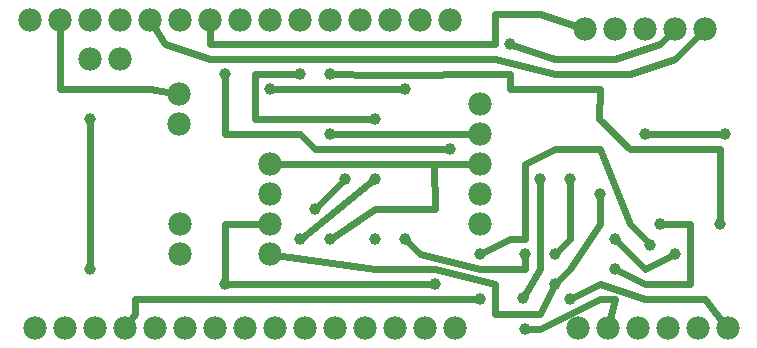
<source format=gbl>
G04 MADE WITH FRITZING*
G04 WWW.FRITZING.ORG*
G04 DOUBLE SIDED*
G04 HOLES PLATED*
G04 CONTOUR ON CENTER OF CONTOUR VECTOR*
%ASAXBY*%
%FSLAX23Y23*%
%MOIN*%
%OFA0B0*%
%SFA1.0B1.0*%
%ADD10C,0.039370*%
%ADD11C,0.078000*%
%ADD12C,0.024000*%
%LNCOPPER0*%
G90*
G70*
G54D10*
X2018Y276D03*
X1868Y576D03*
X2118Y726D03*
X1318Y876D03*
X1568Y326D03*
X1968Y526D03*
X868Y876D03*
X968Y926D03*
X718Y926D03*
X1468Y676D03*
X1018Y476D03*
X1118Y576D03*
X1218Y376D03*
X1868Y176D03*
X268Y276D03*
X1218Y576D03*
X1318Y376D03*
X1068Y926D03*
X1068Y726D03*
X1218Y776D03*
X1668Y1026D03*
X2218Y326D03*
X1818Y326D03*
X1718Y326D03*
X2387Y726D03*
X2168Y426D03*
X1768Y576D03*
X268Y776D03*
X1718Y76D03*
X1818Y226D03*
X2368Y426D03*
X1068Y376D03*
X1568Y176D03*
X1713Y180D03*
G54D11*
X1468Y1106D03*
X1368Y1106D03*
X1268Y1106D03*
X1168Y1106D03*
X1068Y1106D03*
X968Y1106D03*
X868Y1106D03*
X768Y1106D03*
X668Y1106D03*
X568Y1106D03*
X468Y1106D03*
X368Y1106D03*
X268Y1106D03*
X168Y1106D03*
X68Y1106D03*
X1486Y80D03*
X1386Y80D03*
X1286Y80D03*
X1186Y80D03*
X1086Y80D03*
X986Y80D03*
X886Y80D03*
X786Y80D03*
X686Y80D03*
X586Y80D03*
X486Y80D03*
X386Y80D03*
X286Y80D03*
X186Y80D03*
X86Y80D03*
X2395Y80D03*
X2295Y80D03*
X2195Y80D03*
X2095Y80D03*
X1995Y80D03*
X1895Y80D03*
X1568Y426D03*
X1568Y526D03*
X1568Y626D03*
X1568Y726D03*
X1568Y826D03*
X1568Y426D03*
X1568Y526D03*
X1568Y626D03*
X1568Y726D03*
X1568Y826D03*
X568Y326D03*
X568Y426D03*
X568Y326D03*
X568Y426D03*
X566Y760D03*
X566Y860D03*
X566Y760D03*
X566Y860D03*
X868Y326D03*
X868Y426D03*
X868Y526D03*
X868Y626D03*
X868Y326D03*
X868Y426D03*
X868Y526D03*
X868Y626D03*
X2318Y1076D03*
X2218Y1076D03*
X2118Y1076D03*
X2018Y1076D03*
X1918Y1076D03*
X368Y976D03*
X268Y976D03*
X368Y976D03*
X268Y976D03*
G54D10*
X2018Y376D03*
X2137Y356D03*
X718Y226D03*
X1418Y226D03*
X968Y376D03*
G54D12*
X2268Y426D02*
X2268Y226D01*
D02*
X2118Y226D02*
X2025Y273D01*
D02*
X2268Y226D02*
X2118Y226D01*
D02*
X2176Y426D02*
X2268Y426D01*
D02*
X718Y426D02*
X849Y426D01*
D02*
X718Y234D02*
X718Y426D01*
D02*
X2068Y426D02*
X2131Y362D01*
D02*
X1818Y676D02*
X1968Y677D01*
D02*
X1968Y677D02*
X2068Y426D01*
D02*
X1968Y426D02*
X1868Y276D01*
D02*
X1868Y276D02*
X1824Y232D01*
D02*
X1968Y519D02*
X1968Y426D01*
D02*
X1549Y626D02*
X1417Y626D01*
D02*
X1417Y626D02*
X887Y626D01*
D02*
X876Y876D02*
X1311Y876D01*
D02*
X1668Y376D02*
X1575Y330D01*
D02*
X1718Y626D02*
X1718Y376D01*
D02*
X1718Y376D02*
X1668Y376D01*
D02*
X1818Y676D02*
X1718Y626D01*
D02*
X1018Y676D02*
X1461Y676D01*
D02*
X968Y726D02*
X1018Y676D01*
D02*
X718Y726D02*
X968Y726D01*
D02*
X718Y919D02*
X718Y726D01*
D02*
X1113Y571D02*
X1024Y482D01*
D02*
X2118Y176D02*
X2318Y176D01*
D02*
X1968Y226D02*
X2118Y176D01*
D02*
X2318Y176D02*
X2383Y95D01*
D02*
X1875Y180D02*
X1968Y226D01*
D02*
X818Y776D02*
X818Y926D01*
D02*
X818Y926D02*
X961Y926D01*
D02*
X1211Y776D02*
X818Y776D01*
D02*
X468Y876D02*
X168Y876D01*
D02*
X547Y863D02*
X468Y876D01*
D02*
X168Y876D02*
X168Y1087D01*
D02*
X519Y1026D02*
X668Y976D01*
D02*
X479Y1090D02*
X519Y1026D01*
D02*
X2219Y976D02*
X2305Y1063D01*
D02*
X2068Y926D02*
X2219Y976D01*
D02*
X1818Y926D02*
X2068Y926D01*
D02*
X1618Y976D02*
X1818Y926D01*
D02*
X668Y976D02*
X1618Y976D01*
D02*
X668Y1087D02*
X669Y1026D01*
D02*
X1768Y1126D02*
X1900Y1082D01*
D02*
X1619Y1126D02*
X1768Y1126D01*
D02*
X1618Y1026D02*
X1619Y1126D01*
D02*
X669Y1026D02*
X1618Y1026D01*
D02*
X887Y324D02*
X1218Y276D01*
D02*
X1418Y276D02*
X1618Y226D01*
D02*
X1218Y276D02*
X1418Y276D01*
D02*
X1618Y226D02*
X1618Y126D01*
D02*
X1768Y126D02*
X1815Y219D01*
D02*
X1618Y126D02*
X1768Y126D01*
D02*
X1218Y476D02*
X1418Y476D01*
D02*
X1418Y476D02*
X1417Y626D01*
D02*
X1075Y381D02*
X1218Y476D01*
D02*
X1212Y572D02*
X975Y381D01*
D02*
X1719Y277D02*
X1568Y276D01*
D02*
X1368Y326D02*
X1324Y371D01*
D02*
X1568Y276D02*
X1368Y326D01*
D02*
X1719Y319D02*
X1719Y277D01*
D02*
X1076Y726D02*
X1549Y726D01*
D02*
X1819Y977D02*
X2018Y976D01*
D02*
X2168Y1026D02*
X2205Y1063D01*
D02*
X2018Y976D02*
X2168Y1026D01*
D02*
X1676Y1024D02*
X1819Y977D01*
D02*
X1418Y176D02*
X1561Y176D01*
D02*
X419Y176D02*
X1418Y176D01*
D02*
X418Y126D02*
X419Y176D01*
D02*
X397Y96D02*
X418Y126D01*
D02*
X1668Y876D02*
X1868Y876D01*
D02*
X1668Y926D02*
X1668Y876D01*
D02*
X1219Y925D02*
X1668Y926D01*
D02*
X1968Y876D02*
X1967Y776D01*
D02*
X1868Y876D02*
X1968Y876D01*
D02*
X1076Y926D02*
X1219Y925D01*
D02*
X2068Y676D02*
X2368Y676D01*
D02*
X2368Y676D02*
X2368Y434D01*
D02*
X1967Y776D02*
X2068Y676D01*
D02*
X2118Y276D02*
X2211Y323D01*
D02*
X2024Y371D02*
X2118Y276D01*
D02*
X268Y769D02*
X268Y284D01*
D02*
X2019Y176D02*
X2000Y98D01*
D02*
X1968Y176D02*
X2019Y176D01*
D02*
X1768Y76D02*
X1968Y176D01*
D02*
X1726Y76D02*
X1768Y76D01*
D02*
X1411Y226D02*
X726Y226D01*
D02*
X1768Y276D02*
X1716Y187D01*
D02*
X1768Y569D02*
X1768Y276D01*
D02*
X1868Y376D02*
X1824Y332D01*
D02*
X1868Y569D02*
X1868Y376D01*
D02*
X2379Y726D02*
X2126Y726D01*
G04 End of Copper0*
M02*
</source>
